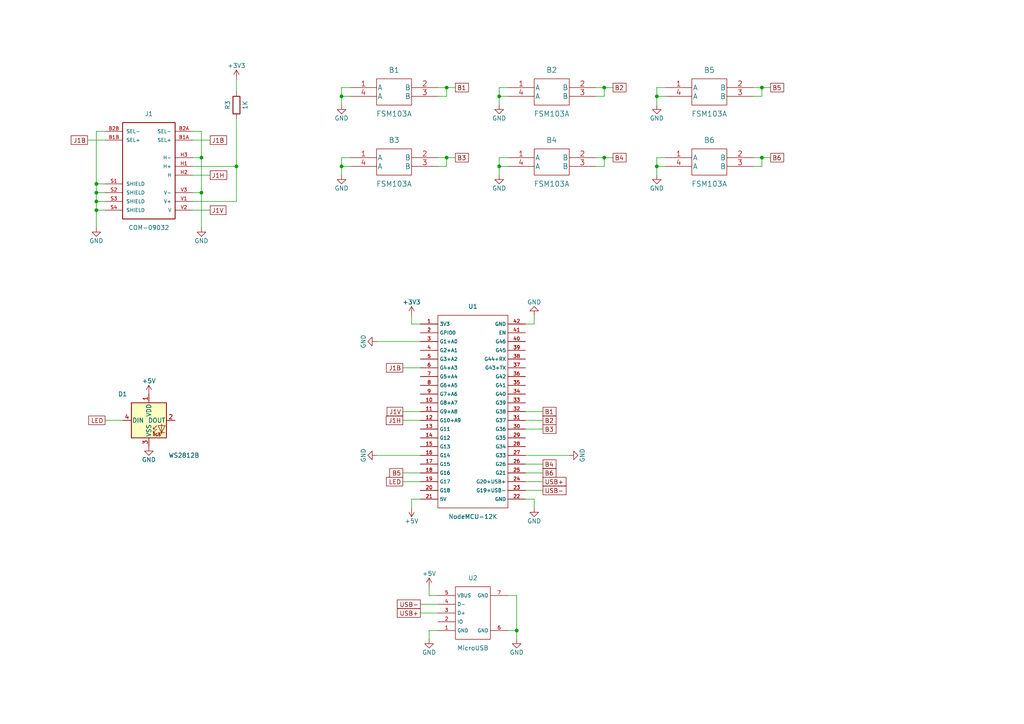
<source format=kicad_sch>
(kicad_sch (version 20211123) (generator eeschema)
  (paper "A4")
  (title_block (title "PPad") (date "2022-08-19"))
  (lib_symbols
    (symbol "Device:R" (pin_numbers hide) (pin_names (offset 0))
      (property "Reference" "R" (at 2.032 0 90))
      (property "Value" "R" (at 0 0 90))
      (symbol "R_0_1"
        (rectangle (start -1.016 -2.54) (end 1.016 2.54) (stroke (width 0.254)))
      )
      (symbol "R_1_1"
        (pin passive line (at 0 3.81 270) (length 1.27) (name "~") (number "1"))
        (pin passive line (at 0 -3.81 90) (length 1.27) (name "~") (number "2"))
      )
    )
    (symbol "FSM103A_6" (pin_names (offset 0.254))
      (property "Reference" "U" (at 0 7.62 0))
      (property "Value" "FSM103A_6" (at 0 -5.08 0))
      (symbol "FSM103A_6_0_0"
        (rectangle (start -5.08 5.08) (end 5.08 -2.54))
      )
      (symbol "FSM103A_6_1_1"
        (pin passive line (at -12.7 2.54 0) (length 7.62) (name "A") (number "1"))
        (pin passive line (at 12.7 2.54 180) (length 7.62) (name "B") (number "2"))
        (pin passive line (at 12.7 0 180) (length 7.62) (name "B") (number "3"))
        (pin passive line (at -12.7 0 0) (length 7.62) (name "A") (number "4"))
      )
    )
    (symbol "FSM103A_7" (pin_names (offset 0.254))
      (property "Reference" "U" (at 0 7.62 0))
      (property "Value" "FSM103A_7" (at 0 -5.08 0))
      (symbol "FSM103A_7_0_0"
        (rectangle (start -5.08 5.08) (end 5.08 -2.54))
      )
      (symbol "FSM103A_7_1_1"
        (pin passive line (at -12.7 2.54 0) (length 7.62) (name "A") (number "1"))
        (pin passive line (at 12.7 2.54 180) (length 7.62) (name "B") (number "2"))
        (pin passive line (at 12.7 0 180) (length 7.62) (name "B") (number "3"))
        (pin passive line (at -12.7 0 0) (length 7.62) (name "A") (number "4"))
      )
    )
    (symbol "LED:WS2812B" (pin_names (offset 0.254))
      (property "Reference" "D" (at 5.08 5.715 0))
      (property "Value" "WS2812B" (at 1.27 -5.715 0))
      (symbol "WS2812B_0_0"
        (text "RGB" (at 2.286 -4.191 0) (effects (font (size 0.762 0.762))))
      )
      (symbol "WS2812B_0_1"
        (polyline (pts (xy 1.27 -3.556) (xy 1.778 -3.556)))
        (polyline (pts (xy 1.27 -2.54) (xy 1.778 -2.54)))
        (polyline (pts (xy 4.699 -3.556) (xy 2.667 -3.556)))
        (polyline (pts (xy 2.286 -2.54) (xy 1.27 -3.556) (xy 1.27 -3.048)))
        (polyline (pts (xy 2.286 -1.524) (xy 1.27 -2.54) (xy 1.27 -2.032)))
        (polyline (pts (xy 3.683 -1.016) (xy 3.683 -3.556) (xy 3.683 -4.064)))
        (polyline (pts (xy 4.699 -1.524) (xy 2.667 -1.524) (xy 3.683 -3.556) (xy 4.699 -1.524)))
        (rectangle (start 5.08 5.08) (end -5.08 -5.08) (stroke (width 0.254)) (fill (type background)))
      )
      (symbol "WS2812B_1_1"
        (pin power_in line (at 0 7.62 270) (length 2.54) (name "VDD") (number "1"))
        (pin output line (at 7.62 0 180) (length 2.54) (name "DOUT") (number "2"))
        (pin power_in line (at 0 -7.62 90) (length 2.54) (name "VSS") (number "3"))
        (pin input line (at -7.62 0 0) (length 2.54) (name "DIN") (number "4"))
      )
    )
    (symbol "MXPAD:COM-09032" (pin_names (offset 1.016))
      (property "Reference" "U" (at 0 16.51 0))
      (property "Value" "COM-09032" (at 0 -15.24 0))
      (symbol "COM-09032_0_0"
        (rectangle (start -7.62 15.24) (end 7.62 -12.7) (stroke (width 0.254)))
        (pin passive line (at -12.7 -7.62 0) (length 5.08) (name "SEL+") (number "B1A"))
        (pin passive line (at 12.7 -7.62 180) (length 5.08) (name "SEL+") (number "B1B"))
        (pin passive line (at -12.7 -10.16 0) (length 5.08) (name "SEL-") (number "B2A"))
        (pin passive line (at 12.7 -10.16 180) (length 5.08) (name "SEL-") (number "B2B"))
        (pin passive line (at -12.7 0 0) (length 5.08) (name "H+") (number "H1"))
        (pin passive line (at -12.7 2.54 0) (length 5.08) (name "H") (number "H2"))
        (pin passive line (at -12.7 -2.54 0) (length 5.08) (name "H-") (number "H3"))
        (pin passive line (at 12.7 5.08 180) (length 5.08) (name "SHIELD") (number "S1"))
        (pin passive line (at 12.7 7.62 180) (length 5.08) (name "SHIELD") (number "S2"))
        (pin passive line (at 12.7 10.16 180) (length 5.08) (name "SHIELD") (number "S3"))
        (pin passive line (at 12.7 12.7 180) (length 5.08) (name "SHIELD") (number "S4"))
        (pin passive line (at -12.7 10.16 0) (length 5.08) (name "V+") (number "V1"))
        (pin passive line (at -12.7 12.7 0) (length 5.08) (name "V") (number "V2"))
        (pin passive line (at -12.7 7.62 0) (length 5.08) (name "V-") (number "V3"))
      )
    )
    (symbol "MXPAD:FSM103A" (pin_names (offset 0.254))
      (property "Reference" "U" (at 0 7.62 0))
      (property "Value" "FSM103A" (at 0 -5.08 0))
      (symbol "FSM103A_0_0"
        (rectangle (start -5.08 5.08) (end 5.08 -2.54))
      )
      (symbol "FSM103A_1_1"
        (pin passive line (at -12.7 2.54 0) (length 7.62) (name "A") (number "1"))
        (pin passive line (at 12.7 2.54 180) (length 7.62) (name "B") (number "2"))
        (pin passive line (at 12.7 0 180) (length 7.62) (name "B") (number "3"))
        (pin passive line (at -12.7 0 0) (length 7.62) (name "A") (number "4"))
      )
    )
    (symbol "MXPAD:MicroUSB"
      (property "Reference" "U" (at 0 10.16 0))
      (property "Value" "MicroUSB" (at 0 -10.16 0))
      (symbol "MicroUSB_0_0"
        (pin bidirectional line (at -10.16 -5.08 0) (length 5.08) (name "GND") (number "1"))
        (pin bidirectional line (at -10.16 -2.54 0) (length 5.08) (name "IO") (number "2"))
        (pin bidirectional line (at -10.16 0 0) (length 5.08) (name "D+") (number "3"))
        (pin bidirectional line (at -10.16 2.54 0) (length 5.08) (name "D-") (number "4"))
        (pin bidirectional line (at -10.16 5.08 0) (length 5.08) (name "VBUS") (number "5"))
        (pin bidirectional line (at 10.16 -5.08 180) (length 5.08) (name "GND") (number "6"))
        (pin bidirectional line (at 10.16 5.08 180) (length 5.08) (name "GND") (number "7"))
      )
      (symbol "MicroUSB_0_1"
        (rectangle (start -5.08 7.62) (end 5.08 -7.62))
      )
    )
    (symbol "MXPAD:NodeMCU-12K"
      (property "Reference" "U" (at 0 27.94 0))
      (property "Value" "NodeMCU-12K" (at 0 -33.02 0))
      (symbol "NodeMCU-12K_0_0"
        (pin bidirectional line (at -15.24 22.86 0) (length 5.08) (name "3V3") (number "1"))
        (pin bidirectional line (at -15.24 0 0) (length 5.08) (name "G8+A7") (number "10"))
        (pin bidirectional line (at -15.24 -2.54 0) (length 5.08) (name "G9+A8") (number "11"))
        (pin bidirectional line (at -15.24 -5.08 0) (length 5.08) (name "G10+A9") (number "12"))
        (pin bidirectional line (at -15.24 -7.62 0) (length 5.08) (name "G11") (number "13"))
        (pin bidirectional line (at -15.24 -10.16 0) (length 5.08) (name "G12") (number "14"))
        (pin bidirectional line (at -15.24 -12.7 0) (length 5.08) (name "G13") (number "15"))
        (pin bidirectional line (at -15.24 -15.24 0) (length 5.08) (name "G14") (number "16"))
        (pin bidirectional line (at -15.24 -17.78 0) (length 5.08) (name "G15") (number "17"))
        (pin bidirectional line (at -15.24 -20.32 0) (length 5.08) (name "G16") (number "18"))
        (pin bidirectional line (at -15.24 -22.86 0) (length 5.08) (name "G17") (number "19"))
        (pin bidirectional line (at -15.24 20.32 0) (length 5.08) (name "GPIO0") (number "2"))
        (pin bidirectional line (at -15.24 -25.4 0) (length 5.08) (name "G18") (number "20"))
        (pin bidirectional line (at -15.24 -27.94 0) (length 5.08) (name "5V") (number "21"))
        (pin bidirectional line (at 15.24 -27.94 180) (length 5.08) (name "GND") (number "22"))
        (pin bidirectional line (at 15.24 -25.4 180) (length 5.08) (name "G19+USB-") (number "23"))
        (pin bidirectional line (at 15.24 -22.86 180) (length 5.08) (name "G20+USB+") (number "24"))
        (pin bidirectional line (at 15.24 -20.32 180) (length 5.08) (name "G21") (number "25"))
        (pin bidirectional line (at 15.24 -17.78 180) (length 5.08) (name "G26") (number "26"))
        (pin bidirectional line (at 15.24 -15.24 180) (length 5.08) (name "G33") (number "27"))
        (pin bidirectional line (at 15.24 -12.7 180) (length 5.08) (name "G34") (number "28"))
        (pin bidirectional line (at 15.24 -10.16 180) (length 5.08) (name "G35") (number "29"))
        (pin bidirectional line (at -15.24 17.78 0) (length 5.08) (name "G1+A0") (number "3"))
        (pin bidirectional line (at 15.24 -7.62 180) (length 5.08) (name "G36") (number "30"))
        (pin bidirectional line (at 15.24 -5.08 180) (length 5.08) (name "G37") (number "31"))
        (pin bidirectional line (at 15.24 -2.54 180) (length 5.08) (name "G38") (number "32"))
        (pin bidirectional line (at 15.24 0 180) (length 5.08) (name "G39") (number "33"))
        (pin bidirectional line (at 15.24 2.54 180) (length 5.08) (name "G40") (number "34"))
        (pin bidirectional line (at 15.24 5.08 180) (length 5.08) (name "G41") (number "35"))
        (pin bidirectional line (at 15.24 7.62 180) (length 5.08) (name "G42") (number "36"))
        (pin bidirectional line (at 15.24 10.16 180) (length 5.08) (name "G43+TX") (number "37"))
        (pin bidirectional line (at 15.24 12.7 180) (length 5.08) (name "G44+RX") (number "38"))
        (pin bidirectional line (at 15.24 15.24 180) (length 5.08) (name "G45") (number "39"))
        (pin bidirectional line (at -15.24 15.24 0) (length 5.08) (name "G2+A1") (number "4"))
        (pin bidirectional line (at 15.24 17.78 180) (length 5.08) (name "G46") (number "40"))
        (pin bidirectional line (at 15.24 20.32 180) (length 5.08) (name "EN") (number "41"))
        (pin bidirectional line (at 15.24 22.86 180) (length 5.08) (name "GND") (number "42"))
        (pin bidirectional line (at -15.24 12.7 0) (length 5.08) (name "G3+A2") (number "5"))
        (pin bidirectional line (at -15.24 10.16 0) (length 5.08) (name "G4+A3") (number "6"))
        (pin bidirectional line (at -15.24 7.62 0) (length 5.08) (name "G5+A4") (number "7"))
        (pin bidirectional line (at -15.24 5.08 0) (length 5.08) (name "G6+A5") (number "8"))
        (pin bidirectional line (at -15.24 2.54 0) (length 5.08) (name "G7+A6") (number "9"))
      )
      (symbol "NodeMCU-12K_0_1"
        (rectangle (start -10.16 25.4) (end 10.16 -30.48))
        (rectangle (start -8.89 7.62) (end -8.89 7.62))
        (rectangle (start -8.89 7.62) (end -8.89 7.62))
        (rectangle (start -8.89 7.62) (end -8.89 7.62))
        (rectangle (start -8.89 7.62) (end -8.89 7.62))
      )
    )
    (symbol "power:+3V3" (power) (pin_names (offset 0))
      (property "Value" "+3V3" (at 0 3.556 0))
      (symbol "+3V3_0_1"
        (polyline (pts (xy -0.762 1.27) (xy 0 2.54)))
        (polyline (pts (xy 0 0) (xy 0 2.54)))
        (polyline (pts (xy 0 2.54) (xy 0.762 1.27)))
      )
      (symbol "+3V3_1_1"
        (pin power_in line (at 0 0 90) (length 0) hide (name "+3V3") (number "1"))
      )
    )
    (symbol "power:+5V" (power) (pin_names (offset 0))
      (property "Value" "+5V" (at 0 3.556 0))
      (symbol "+5V_0_1"
        (polyline (pts (xy -0.762 1.27) (xy 0 2.54)))
        (polyline (pts (xy 0 0) (xy 0 2.54)))
        (polyline (pts (xy 0 2.54) (xy 0.762 1.27)))
      )
      (symbol "+5V_1_1"
        (pin power_in line (at 0 0 90) (length 0) hide (name "+5V") (number "1"))
      )
    )
    (symbol "power:GND" (power) (pin_names (offset 0))
      (property "Value" "GND" (at 0 -3.81 0))
      (symbol "GND_0_1"
        (polyline (pts (xy 0 0) (xy 0 -1.27) (xy 1.27 -1.27) (xy 0 -2.54) (xy -1.27 -1.27) (xy 0 -1.27)))
      )
      (symbol "GND_1_1"
        (pin power_in line (at 0 0 270) (length 0) hide (name "GND") (number "1"))
      )
    )
  )
  (junction (at 190.5 27.94))
  (junction (at 27.94 53.34))
  (junction (at 129.54 45.72))
  (junction (at 220.98 45.72))
  (junction (at 68.58 48.26))
  (junction (at 58.42 55.88))
  (junction (at 149.86 182.88))
  (junction (at 175.26 45.72))
  (junction (at 58.42 45.72))
  (junction (at 27.94 58.42))
  (junction (at 129.54 25.4))
  (junction (at 27.94 60.96))
  (junction (at 220.98 25.4))
  (junction (at 27.94 55.88))
  (junction (at 175.26 25.4))
  (junction (at 99.06 48.26))
  (junction (at 144.78 48.26))
  (junction (at 144.78 27.94))
  (junction (at 99.06 27.94))
  (junction (at 190.5 48.26))
  (wire (pts (xy 27.94 53.34) (xy 30.48 53.34)))
  (wire (pts (xy 127 172.72) (xy 124.46 172.72)))
  (wire (pts (xy 144.78 25.4) (xy 147.32 25.4)))
  (wire (pts (xy 152.4 132.08) (xy 165.1 132.08)))
  (wire (pts (xy 121.92 175.26) (xy 127 175.26)))
  (wire (pts (xy 55.88 45.72) (xy 58.42 45.72)))
  (wire (pts (xy 190.5 48.26) (xy 193.04 48.26)))
  (wire (pts (xy 119.38 144.78) (xy 119.38 147.32)))
  (wire (pts (xy 190.5 27.94) (xy 193.04 27.94)))
  (wire (pts (xy 99.06 27.94) (xy 99.06 25.4)))
  (wire (pts (xy 152.4 134.62) (xy 157.48 134.62)))
  (wire (pts (xy 116.84 137.16) (xy 121.92 137.16)))
  (wire (pts (xy 27.94 60.96) (xy 27.94 58.42)))
  (wire (pts (xy 27.94 53.34) (xy 27.94 38.1)))
  (wire (pts (xy 152.4 93.98) (xy 154.94 93.98)))
  (wire (pts (xy 99.06 45.72) (xy 101.6 45.72)))
  (wire (pts (xy 121.92 144.78) (xy 119.38 144.78)))
  (wire (pts (xy 121.92 132.08) (xy 109.22 132.08)))
  (wire (pts (xy 172.72 27.94) (xy 175.26 27.94)))
  (wire (pts (xy 218.44 25.4) (xy 220.98 25.4)))
  (wire (pts (xy 116.84 119.38) (xy 121.92 119.38)))
  (wire (pts (xy 154.94 147.32) (xy 154.94 144.78)))
  (wire (pts (xy 149.86 182.88) (xy 147.32 182.88)))
  (wire (pts (xy 154.94 144.78) (xy 152.4 144.78)))
  (wire (pts (xy 55.88 40.64) (xy 60.96 40.64)))
  (wire (pts (xy 175.26 45.72) (xy 177.8 45.72)))
  (wire (pts (xy 25.4 40.64) (xy 30.48 40.64)))
  (wire (pts (xy 172.72 45.72) (xy 175.26 45.72)))
  (wire (pts (xy 190.5 50.8) (xy 190.5 48.26)))
  (wire (pts (xy 220.98 48.26) (xy 220.98 45.72)))
  (wire (pts (xy 152.4 142.24) (xy 157.48 142.24)))
  (wire (pts (xy 124.46 172.72) (xy 124.46 170.18)))
  (wire (pts (xy 121.92 93.98) (xy 119.38 93.98)))
  (wire (pts (xy 99.06 25.4) (xy 101.6 25.4)))
  (wire (pts (xy 99.06 27.94) (xy 101.6 27.94)))
  (wire (pts (xy 30.48 121.92) (xy 35.56 121.92)))
  (wire (pts (xy 55.88 50.8) (xy 60.96 50.8)))
  (wire (pts (xy 190.5 27.94) (xy 190.5 25.4)))
  (wire (pts (xy 144.78 30.48) (xy 144.78 27.94)))
  (wire (pts (xy 121.92 99.06) (xy 109.22 99.06)))
  (wire (pts (xy 124.46 185.42) (xy 124.46 182.88)))
  (wire (pts (xy 58.42 38.1) (xy 58.42 45.72)))
  (wire (pts (xy 144.78 27.94) (xy 144.78 25.4)))
  (wire (pts (xy 190.5 30.48) (xy 190.5 27.94)))
  (wire (pts (xy 27.94 58.42) (xy 30.48 58.42)))
  (wire (pts (xy 27.94 55.88) (xy 30.48 55.88)))
  (wire (pts (xy 129.54 27.94) (xy 129.54 25.4)))
  (wire (pts (xy 172.72 48.26) (xy 175.26 48.26)))
  (wire (pts (xy 149.86 185.42) (xy 149.86 182.88)))
  (wire (pts (xy 218.44 27.94) (xy 220.98 27.94)))
  (wire (pts (xy 55.88 55.88) (xy 58.42 55.88)))
  (wire (pts (xy 220.98 27.94) (xy 220.98 25.4)))
  (wire (pts (xy 144.78 45.72) (xy 147.32 45.72)))
  (wire (pts (xy 127 48.26) (xy 129.54 48.26)))
  (wire (pts (xy 175.26 48.26) (xy 175.26 45.72)))
  (wire (pts (xy 149.86 182.88) (xy 149.86 172.72)))
  (wire (pts (xy 190.5 45.72) (xy 193.04 45.72)))
  (wire (pts (xy 149.86 172.72) (xy 147.32 172.72)))
  (wire (pts (xy 55.88 60.96) (xy 60.96 60.96)))
  (wire (pts (xy 157.48 124.46) (xy 152.4 124.46)))
  (wire (pts (xy 190.5 48.26) (xy 190.5 45.72)))
  (wire (pts (xy 218.44 45.72) (xy 220.98 45.72)))
  (wire (pts (xy 127 45.72) (xy 129.54 45.72)))
  (wire (pts (xy 127 25.4) (xy 129.54 25.4)))
  (wire (pts (xy 116.84 106.68) (xy 121.92 106.68)))
  (wire (pts (xy 58.42 45.72) (xy 58.42 55.88)))
  (wire (pts (xy 175.26 27.94) (xy 175.26 25.4)))
  (wire (pts (xy 121.92 177.8) (xy 127 177.8)))
  (wire (pts (xy 190.5 25.4) (xy 193.04 25.4)))
  (wire (pts (xy 175.26 25.4) (xy 177.8 25.4)))
  (wire (pts (xy 68.58 22.86) (xy 68.58 26.67)))
  (wire (pts (xy 157.48 137.16) (xy 152.4 137.16)))
  (wire (pts (xy 58.42 55.88) (xy 58.42 66.04)))
  (wire (pts (xy 99.06 48.26) (xy 99.06 45.72)))
  (wire (pts (xy 124.46 182.88) (xy 127 182.88)))
  (wire (pts (xy 144.78 48.26) (xy 147.32 48.26)))
  (wire (pts (xy 27.94 66.04) (xy 27.94 60.96)))
  (wire (pts (xy 220.98 25.4) (xy 223.52 25.4)))
  (wire (pts (xy 116.84 139.7) (xy 121.92 139.7)))
  (wire (pts (xy 99.06 50.8) (xy 99.06 48.26)))
  (wire (pts (xy 144.78 27.94) (xy 147.32 27.94)))
  (wire (pts (xy 27.94 60.96) (xy 30.48 60.96)))
  (wire (pts (xy 144.78 50.8) (xy 144.78 48.26)))
  (wire (pts (xy 55.88 38.1) (xy 58.42 38.1)))
  (wire (pts (xy 27.94 55.88) (xy 27.94 53.34)))
  (wire (pts (xy 152.4 119.38) (xy 157.48 119.38)))
  (wire (pts (xy 152.4 139.7) (xy 157.48 139.7)))
  (wire (pts (xy 157.48 121.92) (xy 152.4 121.92)))
  (wire (pts (xy 27.94 58.42) (xy 27.94 55.88)))
  (wire (pts (xy 129.54 45.72) (xy 132.08 45.72)))
  (wire (pts (xy 119.38 93.98) (xy 119.38 91.44)))
  (wire (pts (xy 218.44 48.26) (xy 220.98 48.26)))
  (wire (pts (xy 99.06 48.26) (xy 101.6 48.26)))
  (wire (pts (xy 129.54 48.26) (xy 129.54 45.72)))
  (wire (pts (xy 129.54 25.4) (xy 132.08 25.4)))
  (wire (pts (xy 99.06 30.48) (xy 99.06 27.94)))
  (wire (pts (xy 68.58 48.26) (xy 68.58 58.42)))
  (wire (pts (xy 68.58 34.29) (xy 68.58 48.26)))
  (wire (pts (xy 127 27.94) (xy 129.54 27.94)))
  (wire (pts (xy 172.72 25.4) (xy 175.26 25.4)))
  (wire (pts (xy 116.84 121.92) (xy 121.92 121.92)))
  (wire (pts (xy 144.78 48.26) (xy 144.78 45.72)))
  (wire (pts (xy 27.94 38.1) (xy 30.48 38.1)))
  (wire (pts (xy 154.94 93.98) (xy 154.94 91.44)))
  (wire (pts (xy 55.88 48.26) (xy 68.58 48.26)))
  (wire (pts (xy 55.88 58.42) (xy 68.58 58.42)))
  (wire (pts (xy 220.98 45.72) (xy 223.52 45.72)))
  (global_label "B5" (shape passive) (at 223.52 25.4 0) (property "Intersheet References" "${INTERSHEET_REFS}" (effects hide)))
  (global_label "J1B" (shape passive) (at 116.84 106.68 180) (property "Intersheet References" "${INTERSHEET_REFS}" (effects hide)))
  (global_label "B3" (shape passive) (at 132.08 45.72 0) (property "Intersheet References" "${INTERSHEET_REFS}" (effects hide)))
  (global_label "B2" (shape passive) (at 157.48 121.92 0) (property "Intersheet References" "${INTERSHEET_REFS}" (effects hide)))
  (global_label "LED" (shape passive) (at 116.84 139.7 180) (property "Intersheet References" "${INTERSHEET_REFS}" (effects hide)))
  (global_label "J1B" (shape passive) (at 25.4 40.64 180) (property "Intersheet References" "${INTERSHEET_REFS}" (effects hide)))
  (global_label "J1H" (shape passive) (at 60.96 50.8 0) (property "Intersheet References" "${INTERSHEET_REFS}" (effects hide)))
  (global_label "B6" (shape passive) (at 157.48 137.16 0) (property "Intersheet References" "${INTERSHEET_REFS}" (effects hide)))
  (global_label "B1" (shape passive) (at 132.08 25.4 0) (property "Intersheet References" "${INTERSHEET_REFS}" (effects hide)))
  (global_label "B2" (shape passive) (at 177.8 25.4 0) (property "Intersheet References" "${INTERSHEET_REFS}" (effects hide)))
  (global_label "B1" (shape passive) (at 157.48 119.38 0) (property "Intersheet References" "${INTERSHEET_REFS}" (effects hide)))
  (global_label "USB+" (shape passive) (at 121.92 177.8 180) (property "Intersheet References" "${INTERSHEET_REFS}" (effects hide)))
  (global_label "J1B" (shape passive) (at 60.96 40.64 0) (property "Intersheet References" "${INTERSHEET_REFS}" (effects hide)))
  (global_label "B4" (shape passive) (at 157.48 134.62 0) (property "Intersheet References" "${INTERSHEET_REFS}" (effects hide)))
  (global_label "J1H" (shape passive) (at 116.84 121.92 180) (property "Intersheet References" "${INTERSHEET_REFS}" (effects hide)))
  (global_label "B4" (shape passive) (at 177.8 45.72 0) (property "Intersheet References" "${INTERSHEET_REFS}" (effects hide)))
  (global_label "LED" (shape passive) (at 30.48 121.92 180) (property "Intersheet References" "${INTERSHEET_REFS}" (effects hide)))
  (global_label "B3" (shape passive) (at 157.48 124.46 0) (property "Intersheet References" "${INTERSHEET_REFS}" (effects hide)))
  (global_label "J1V" (shape passive) (at 60.96 60.96 0) (property "Intersheet References" "${INTERSHEET_REFS}" (effects hide)))
  (global_label "B6" (shape passive) (at 223.52 45.72 0) (property "Intersheet References" "${INTERSHEET_REFS}" (effects hide)))
  (global_label "J1V" (shape passive) (at 116.84 119.38 180) (property "Intersheet References" "${INTERSHEET_REFS}" (effects hide)))
  (global_label "USB-" (shape passive) (at 121.92 175.26 180) (property "Intersheet References" "${INTERSHEET_REFS}" (effects hide)))
  (global_label "B5" (shape passive) (at 116.84 137.16 180) (property "Intersheet References" "${INTERSHEET_REFS}" (effects hide)))
  (global_label "USB+" (shape passive) (at 157.48 139.7 0) (property "Intersheet References" "${INTERSHEET_REFS}" (effects hide)))
  (global_label "USB-" (shape passive) (at 157.48 142.24 0) (property "Intersheet References" "${INTERSHEET_REFS}" (effects hide)))
  (symbol (lib_id "MXPAD:COM-09032") (at 43.18 48.26 180) (unit 1)
    (property "Reference" "J1" (at 43.18 33.02 0))
    (property "Value" "COM-09032" (at 43.18 66.04 0))
    (property "Footprint" "MXPAD:COM-09032-SMD" (effects hide))
  )
  (symbol (lib_id "power:+3V3") (at 119.38 91.44 0) (unit 1)
    (property "Reference" "#PWR011" (effects hide))
    (property "Value" "+3V3" (at 119.38 87.63 0))
  )
  (symbol (lib_id "power:GND") (at 149.86 185.42 0) (unit 1)
    (property "Reference" "#PWR017" (effects hide))
    (property "Value" "GND" (at 149.86 189.23 0))
  )
  (symbol (lib_id "power:GND") (at 165.1 132.08 90) (unit 1)
    (property "Reference" "#PWR0101" (effects hide))
    (property "Value" "GND" (at 168.91 132.08 0))
  )
  (symbol (lib_id "power:GND") (at 124.46 185.42 0) (unit 1)
    (property "Reference" "#PWR015" (effects hide))
    (property "Value" "GND" (at 124.46 189.23 0))
  )
  (symbol (lib_name "FSM103A_7") (lib_id "MXPAD:FSM103A") (at 114.3 27.94 0) (unit 1)
    (property "Reference" "B1" (at 114.3 20.32 0) (effects (font (size 1.524 1.524))))
    (property "Value" "FSM103A" (at 114.3 33.02 0) (effects (font (size 1.524 1.524))))
    (property "Footprint" "MXPAD:FSM103A-SMD" (effects hide))
  )
  (symbol (lib_id "LED:WS2812B") (at 43.18 121.92 0) (unit 1)
    (property "Reference" "D1" (at 35.56 114.3 0))
    (property "Value" "WS2812B" (at 53.34 132.08 0))
    (property "Footprint" "LED_SMD:LED_WS2812B_PLCC4_5.0x5.0mm_P3.2mm" (effects hide))
    (property "Datasheet" "https://cdn-shop.adafruit.com/datasheets/WS2812B.pdf" (effects hide))
  )
  (symbol (lib_id "power:GND") (at 109.22 132.08 270) (unit 1)
    (property "Reference" "#PWR0103" (effects hide))
    (property "Value" "GND" (at 105.41 132.08 0))
  )
  (symbol (lib_id "MXPAD:FSM103A") (at 160.02 48.26 0) (unit 1)
    (property "Reference" "B4" (at 160.02 40.64 0) (effects (font (size 1.524 1.524))))
    (property "Value" "FSM103A" (at 160.02 53.34 0) (effects (font (size 1.524 1.524))))
    (property "Footprint" "MXPAD:FSM103A-SMD" (effects hide))
  )
  (symbol (lib_id "power:GND") (at 99.06 50.8 0) (unit 1)
    (property "Reference" "#PWR022" (effects hide))
    (property "Value" "GND" (at 99.06 54.61 0))
  )
  (symbol (lib_id "MXPAD:MicroUSB") (at 137.16 177.8 0) (unit 1)
    (property "Reference" "U2" (at 137.16 167.64 0))
    (property "Value" "MicroUSB" (at 137.16 187.96 0))
    (property "Footprint" "MXPAD:MicroUSB" (effects hide))
  )
  (symbol (lib_id "power:GND") (at 27.94 66.04 0) (unit 1)
    (property "Reference" "#PWR01" (effects hide))
    (property "Value" "GND" (at 27.94 69.85 0))
  )
  (symbol (lib_id "power:GND") (at 190.5 30.48 0) (unit 1)
    (property "Reference" "#PWR0106" (effects hide))
    (property "Value" "GND" (at 190.5 34.29 0))
  )
  (symbol (lib_id "power:GND") (at 144.78 50.8 0) (unit 1)
    (property "Reference" "#PWR023" (effects hide))
    (property "Value" "GND" (at 144.78 54.61 0))
  )
  (symbol (lib_id "power:+5V") (at 124.46 170.18 0) (unit 1)
    (property "Reference" "#PWR014" (effects hide))
    (property "Value" "+5V" (at 124.46 166.37 0))
  )
  (symbol (lib_id "power:GND") (at 109.22 99.06 270) (unit 1)
    (property "Reference" "#PWR0102" (effects hide))
    (property "Value" "GND" (at 105.41 99.06 0))
  )
  (symbol (lib_name "FSM103A_6") (lib_id "MXPAD:FSM103A") (at 205.74 27.94 0) (unit 1)
    (property "Reference" "B5" (at 205.74 20.32 0) (effects (font (size 1.524 1.524))))
    (property "Value" "FSM103A" (at 205.74 33.02 0) (effects (font (size 1.524 1.524))))
    (property "Footprint" "MXPAD:FSM103A-SMD" (effects hide))
  )
  (symbol (lib_id "power:GND") (at 43.18 129.54 0) (unit 1)
    (property "Reference" "#PWR04" (effects hide))
    (property "Value" "GND" (at 43.18 133.35 0))
  )
  (symbol (lib_id "power:+5V") (at 119.38 147.32 180) (unit 1)
    (property "Reference" "#PWR012" (effects hide))
    (property "Value" "+5V" (at 119.38 151.13 0))
  )
  (symbol (lib_id "power:GND") (at 154.94 91.44 180) (unit 1)
    (property "Reference" "#PWR018" (effects hide))
    (property "Value" "GND" (at 154.94 87.63 0))
  )
  (symbol (lib_id "power:+5V") (at 43.18 114.3 0) (unit 1)
    (property "Reference" "#PWR03" (effects hide))
    (property "Value" "+5V" (at 43.18 110.49 0))
  )
  (symbol (lib_id "power:GND") (at 190.5 50.8 0) (unit 1)
    (property "Reference" "#PWR0105" (effects hide))
    (property "Value" "GND" (at 190.5 54.61 0))
  )
  (symbol (lib_id "power:GND") (at 144.78 30.48 0) (unit 1)
    (property "Reference" "#PWR016" (effects hide))
    (property "Value" "GND" (at 144.78 34.29 0))
  )
  (symbol (lib_id "MXPAD:NodeMCU-12K") (at 137.16 116.84 0) (unit 1)
    (property "Reference" "U1" (at 137.16 88.9 0))
    (property "Value" "NodeMCU-12K" (at 137.16 149.86 0))
    (property "Footprint" "MXPAD:NodeMCU-12K-SMD" (effects hide))
  )
  (symbol (lib_id "power:+3V3") (at 68.58 22.86 0) (unit 1)
    (property "Reference" "#PWR0104" (effects hide))
    (property "Value" "+3V3" (at 68.58 19.05 0))
  )
  (symbol (lib_name "FSM103A_6") (lib_id "MXPAD:FSM103A") (at 160.02 27.94 0) (unit 1)
    (property "Reference" "B2" (at 160.02 20.32 0) (effects (font (size 1.524 1.524))))
    (property "Value" "FSM103A" (at 160.02 33.02 0) (effects (font (size 1.524 1.524))))
    (property "Footprint" "MXPAD:FSM103A-SMD" (effects hide))
  )
  (symbol (lib_id "power:GND") (at 58.42 66.04 0) (unit 1)
    (property "Reference" "#PWR05" (effects hide))
    (property "Value" "GND" (at 58.42 69.85 0))
  )
  (symbol (lib_id "power:GND") (at 154.94 147.32 0) (unit 1)
    (property "Reference" "#PWR019" (effects hide))
    (property "Value" "GND" (at 154.94 151.13 0))
  )
  (symbol (lib_id "power:GND") (at 99.06 30.48 0) (unit 1)
    (property "Reference" "#PWR08" (effects hide))
    (property "Value" "GND" (at 99.06 34.29 0))
  )
  (symbol (lib_id "MXPAD:FSM103A") (at 114.3 48.26 0) (unit 1)
    (property "Reference" "B3" (at 114.3 40.64 0) (effects (font (size 1.524 1.524))))
    (property "Value" "FSM103A" (at 114.3 53.34 0) (effects (font (size 1.524 1.524))))
    (property "Footprint" "MXPAD:FSM103A-SMD" (effects hide))
  )
  (symbol (lib_id "Device:R") (at 68.58 30.48 180) (unit 1)
    (property "Reference" "R3" (at 66.04 30.48 90))
    (property "Value" "1K" (at 71.12 30.48 90))
    (property "Footprint" "Resistor_THT:R_Axial_DIN0207_L6.3mm_D2.5mm_P7.62mm_Horizontal" (effects hide))
  )
  (symbol (lib_id "MXPAD:FSM103A") (at 205.74 48.26 0) (unit 1)
    (property "Reference" "B6" (at 205.74 40.64 0) (effects (font (size 1.524 1.524))))
    (property "Value" "FSM103A" (at 205.74 53.34 0) (effects (font (size 1.524 1.524))))
    (property "Footprint" "MXPAD:FSM103A-SMD" (effects hide))
  )
)
</source>
